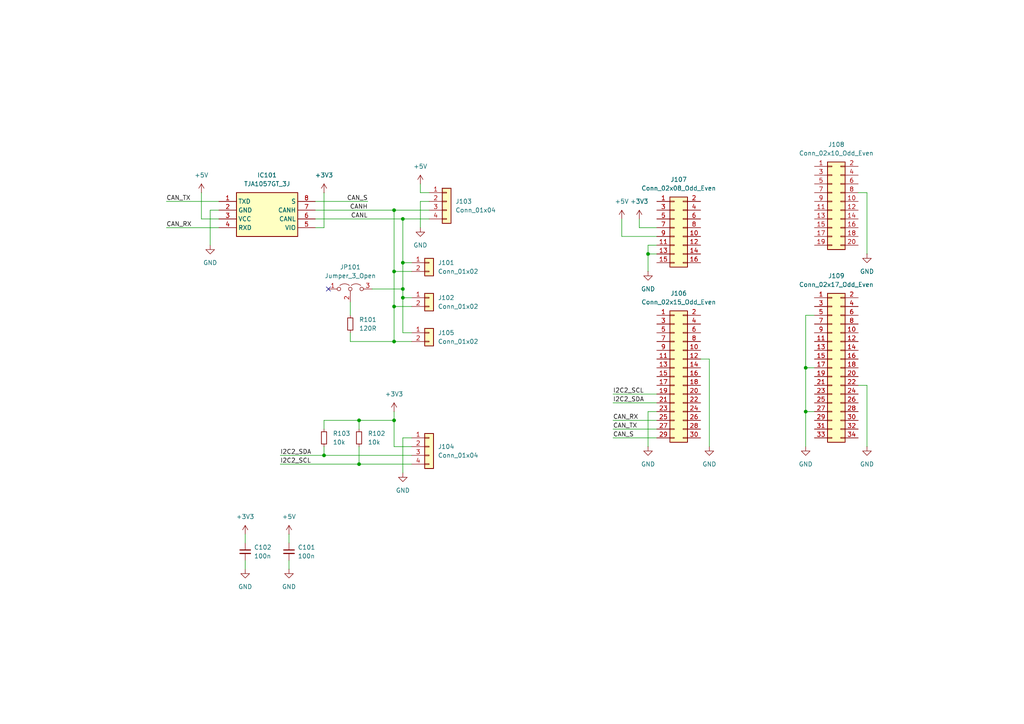
<source format=kicad_sch>
(kicad_sch (version 20231120) (generator "eeschema") (generator_version "8.0")
  (paper "A4")
  (lib_symbols
    (symbol "Connector_Generic:Conn_01x02" (pin_names (offset 1.016) hide)
      (property "Reference" "J" (at 0 2.54 0))
      (property "Value" "Conn_01x02" (at 0 -5.08 0))
      (symbol "Conn_01x02_1_1"
        (rectangle (start -1.27 -2.413) (end 0 -2.667) (stroke (width 0.1524)))
        (rectangle (start -1.27 0.127) (end 0 -0.127) (stroke (width 0.1524)))
        (rectangle (start -1.27 1.27) (end 1.27 -3.81) (stroke (width 0.254)) (fill (type background)))
        (pin passive line (at -5.08 0 0) (length 3.81) (name "Pin_1") (number "1"))
        (pin passive line (at -5.08 -2.54 0) (length 3.81) (name "Pin_2") (number "2"))
      )
    )
    (symbol "Connector_Generic:Conn_01x04" (pin_names (offset 1.016) hide)
      (property "Reference" "J" (at 0 5.08 0))
      (property "Value" "Conn_01x04" (at 0 -7.62 0))
      (symbol "Conn_01x04_1_1"
        (rectangle (start -1.27 -4.953) (end 0 -5.207) (stroke (width 0.1524)))
        (rectangle (start -1.27 -2.413) (end 0 -2.667) (stroke (width 0.1524)))
        (rectangle (start -1.27 0.127) (end 0 -0.127) (stroke (width 0.1524)))
        (rectangle (start -1.27 2.667) (end 0 2.413) (stroke (width 0.1524)))
        (rectangle (start -1.27 3.81) (end 1.27 -6.35) (stroke (width 0.254)) (fill (type background)))
        (pin passive line (at -5.08 2.54 0) (length 3.81) (name "Pin_1") (number "1"))
        (pin passive line (at -5.08 0 0) (length 3.81) (name "Pin_2") (number "2"))
        (pin passive line (at -5.08 -2.54 0) (length 3.81) (name "Pin_3") (number "3"))
        (pin passive line (at -5.08 -5.08 0) (length 3.81) (name "Pin_4") (number "4"))
      )
    )
    (symbol "Connector_Generic:Conn_02x08_Odd_Even" (pin_names (offset 1.016) hide)
      (property "Reference" "J" (at 1.27 10.16 0))
      (property "Value" "Conn_02x08_Odd_Even" (at 1.27 -12.7 0))
      (symbol "Conn_02x08_Odd_Even_1_1"
        (rectangle (start -1.27 -10.033) (end 0 -10.287) (stroke (width 0.1524)))
        (rectangle (start -1.27 -7.493) (end 0 -7.747) (stroke (width 0.1524)))
        (rectangle (start -1.27 -4.953) (end 0 -5.207) (stroke (width 0.1524)))
        (rectangle (start -1.27 -2.413) (end 0 -2.667) (stroke (width 0.1524)))
        (rectangle (start -1.27 0.127) (end 0 -0.127) (stroke (width 0.1524)))
        (rectangle (start -1.27 2.667) (end 0 2.413) (stroke (width 0.1524)))
        (rectangle (start -1.27 5.207) (end 0 4.953) (stroke (width 0.1524)))
        (rectangle (start -1.27 7.747) (end 0 7.493) (stroke (width 0.1524)))
        (rectangle (start -1.27 8.89) (end 3.81 -11.43) (stroke (width 0.254)) (fill (type background)))
        (rectangle (start 3.81 -10.033) (end 2.54 -10.287) (stroke (width 0.1524)))
        (rectangle (start 3.81 -7.493) (end 2.54 -7.747) (stroke (width 0.1524)))
        (rectangle (start 3.81 -4.953) (end 2.54 -5.207) (stroke (width 0.1524)))
        (rectangle (start 3.81 -2.413) (end 2.54 -2.667) (stroke (width 0.1524)))
        (rectangle (start 3.81 0.127) (end 2.54 -0.127) (stroke (width 0.1524)))
        (rectangle (start 3.81 2.667) (end 2.54 2.413) (stroke (width 0.1524)))
        (rectangle (start 3.81 5.207) (end 2.54 4.953) (stroke (width 0.1524)))
        (rectangle (start 3.81 7.747) (end 2.54 7.493) (stroke (width 0.1524)))
        (pin passive line (at -5.08 7.62 0) (length 3.81) (name "Pin_1") (number "1"))
        (pin passive line (at 7.62 -2.54 180) (length 3.81) (name "Pin_10") (number "10"))
        (pin passive line (at -5.08 -5.08 0) (length 3.81) (name "Pin_11") (number "11"))
        (pin passive line (at 7.62 -5.08 180) (length 3.81) (name "Pin_12") (number "12"))
        (pin passive line (at -5.08 -7.62 0) (length 3.81) (name "Pin_13") (number "13"))
        (pin passive line (at 7.62 -7.62 180) (length 3.81) (name "Pin_14") (number "14"))
        (pin passive line (at -5.08 -10.16 0) (length 3.81) (name "Pin_15") (number "15"))
        (pin passive line (at 7.62 -10.16 180) (length 3.81) (name "Pin_16") (number "16"))
        (pin passive line (at 7.62 7.62 180) (length 3.81) (name "Pin_2") (number "2"))
        (pin passive line (at -5.08 5.08 0) (length 3.81) (name "Pin_3") (number "3"))
        (pin passive line (at 7.62 5.08 180) (length 3.81) (name "Pin_4") (number "4"))
        (pin passive line (at -5.08 2.54 0) (length 3.81) (name "Pin_5") (number "5"))
        (pin passive line (at 7.62 2.54 180) (length 3.81) (name "Pin_6") (number "6"))
        (pin passive line (at -5.08 0 0) (length 3.81) (name "Pin_7") (number "7"))
        (pin passive line (at 7.62 0 180) (length 3.81) (name "Pin_8") (number "8"))
        (pin passive line (at -5.08 -2.54 0) (length 3.81) (name "Pin_9") (number "9"))
      )
    )
    (symbol "Connector_Generic:Conn_02x10_Odd_Even" (pin_names (offset 1.016) hide)
      (property "Reference" "J" (at 1.27 12.7 0))
      (property "Value" "Conn_02x10_Odd_Even" (at 1.27 -15.24 0))
      (symbol "Conn_02x10_Odd_Even_1_1"
        (rectangle (start -1.27 -12.573) (end 0 -12.827) (stroke (width 0.1524)))
        (rectangle (start -1.27 -10.033) (end 0 -10.287) (stroke (width 0.1524)))
        (rectangle (start -1.27 -7.493) (end 0 -7.747) (stroke (width 0.1524)))
        (rectangle (start -1.27 -4.953) (end 0 -5.207) (stroke (width 0.1524)))
        (rectangle (start -1.27 -2.413) (end 0 -2.667) (stroke (width 0.1524)))
        (rectangle (start -1.27 0.127) (end 0 -0.127) (stroke (width 0.1524)))
        (rectangle (start -1.27 2.667) (end 0 2.413) (stroke (width 0.1524)))
        (rectangle (start -1.27 5.207) (end 0 4.953) (stroke (width 0.1524)))
        (rectangle (start -1.27 7.747) (end 0 7.493) (stroke (width 0.1524)))
        (rectangle (start -1.27 10.287) (end 0 10.033) (stroke (width 0.1524)))
        (rectangle (start -1.27 11.43) (end 3.81 -13.97) (stroke (width 0.254)) (fill (type background)))
        (rectangle (start 3.81 -12.573) (end 2.54 -12.827) (stroke (width 0.1524)))
        (rectangle (start 3.81 -10.033) (end 2.54 -10.287) (stroke (width 0.1524)))
        (rectangle (start 3.81 -7.493) (end 2.54 -7.747) (stroke (width 0.1524)))
        (rectangle (start 3.81 -4.953) (end 2.54 -5.207) (stroke (width 0.1524)))
        (rectangle (start 3.81 -2.413) (end 2.54 -2.667) (stroke (width 0.1524)))
        (rectangle (start 3.81 0.127) (end 2.54 -0.127) (stroke (width 0.1524)))
        (rectangle (start 3.81 2.667) (end 2.54 2.413) (stroke (width 0.1524)))
        (rectangle (start 3.81 5.207) (end 2.54 4.953) (stroke (width 0.1524)))
        (rectangle (start 3.81 7.747) (end 2.54 7.493) (stroke (width 0.1524)))
        (rectangle (start 3.81 10.287) (end 2.54 10.033) (stroke (width 0.1524)))
        (pin passive line (at -5.08 10.16 0) (length 3.81) (name "Pin_1") (number "1"))
        (pin passive line (at 7.62 0 180) (length 3.81) (name "Pin_10") (number "10"))
        (pin passive line (at -5.08 -2.54 0) (length 3.81) (name "Pin_11") (number "11"))
        (pin passive line (at 7.62 -2.54 180) (length 3.81) (name "Pin_12") (number "12"))
        (pin passive line (at -5.08 -5.08 0) (length 3.81) (name "Pin_13") (number "13"))
        (pin passive line (at 7.62 -5.08 180) (length 3.81) (name "Pin_14") (number "14"))
        (pin passive line (at -5.08 -7.62 0) (length 3.81) (name "Pin_15") (number "15"))
        (pin passive line (at 7.62 -7.62 180) (length 3.81) (name "Pin_16") (number "16"))
        (pin passive line (at -5.08 -10.16 0) (length 3.81) (name "Pin_17") (number "17"))
        (pin passive line (at 7.62 -10.16 180) (length 3.81) (name "Pin_18") (number "18"))
        (pin passive line (at -5.08 -12.7 0) (length 3.81) (name "Pin_19") (number "19"))
        (pin passive line (at 7.62 10.16 180) (length 3.81) (name "Pin_2") (number "2"))
        (pin passive line (at 7.62 -12.7 180) (length 3.81) (name "Pin_20") (number "20"))
        (pin passive line (at -5.08 7.62 0) (length 3.81) (name "Pin_3") (number "3"))
        (pin passive line (at 7.62 7.62 180) (length 3.81) (name "Pin_4") (number "4"))
        (pin passive line (at -5.08 5.08 0) (length 3.81) (name "Pin_5") (number "5"))
        (pin passive line (at 7.62 5.08 180) (length 3.81) (name "Pin_6") (number "6"))
        (pin passive line (at -5.08 2.54 0) (length 3.81) (name "Pin_7") (number "7"))
        (pin passive line (at 7.62 2.54 180) (length 3.81) (name "Pin_8") (number "8"))
        (pin passive line (at -5.08 0 0) (length 3.81) (name "Pin_9") (number "9"))
      )
    )
    (symbol "Connector_Generic:Conn_02x15_Odd_Even" (pin_names (offset 1.016) hide)
      (property "Reference" "J" (at 1.27 20.32 0))
      (property "Value" "Conn_02x15_Odd_Even" (at 1.27 -20.32 0))
      (symbol "Conn_02x15_Odd_Even_1_1"
        (rectangle (start -1.27 -17.653) (end 0 -17.907) (stroke (width 0.1524)))
        (rectangle (start -1.27 -15.113) (end 0 -15.367) (stroke (width 0.1524)))
        (rectangle (start -1.27 -12.573) (end 0 -12.827) (stroke (width 0.1524)))
        (rectangle (start -1.27 -10.033) (end 0 -10.287) (stroke (width 0.1524)))
        (rectangle (start -1.27 -7.493) (end 0 -7.747) (stroke (width 0.1524)))
        (rectangle (start -1.27 -4.953) (end 0 -5.207) (stroke (width 0.1524)))
        (rectangle (start -1.27 -2.413) (end 0 -2.667) (stroke (width 0.1524)))
        (rectangle (start -1.27 0.127) (end 0 -0.127) (stroke (width 0.1524)))
        (rectangle (start -1.27 2.667) (end 0 2.413) (stroke (width 0.1524)))
        (rectangle (start -1.27 5.207) (end 0 4.953) (stroke (width 0.1524)))
        (rectangle (start -1.27 7.747) (end 0 7.493) (stroke (width 0.1524)))
        (rectangle (start -1.27 10.287) (end 0 10.033) (stroke (width 0.1524)))
        (rectangle (start -1.27 12.827) (end 0 12.573) (stroke (width 0.1524)))
        (rectangle (start -1.27 15.367) (end 0 15.113) (stroke (width 0.1524)))
        (rectangle (start -1.27 17.907) (end 0 17.653) (stroke (width 0.1524)))
        (rectangle (start -1.27 19.05) (end 3.81 -19.05) (stroke (width 0.254)) (fill (type background)))
        (rectangle (start 3.81 -17.653) (end 2.54 -17.907) (stroke (width 0.1524)))
        (rectangle (start 3.81 -15.113) (end 2.54 -15.367) (stroke (width 0.1524)))
        (rectangle (start 3.81 -12.573) (end 2.54 -12.827) (stroke (width 0.1524)))
        (rectangle (start 3.81 -10.033) (end 2.54 -10.287) (stroke (width 0.1524)))
        (rectangle (start 3.81 -7.493) (end 2.54 -7.747) (stroke (width 0.1524)))
        (rectangle (start 3.81 -4.953) (end 2.54 -5.207) (stroke (width 0.1524)))
        (rectangle (start 3.81 -2.413) (end 2.54 -2.667) (stroke (width 0.1524)))
        (rectangle (start 3.81 0.127) (end 2.54 -0.127) (stroke (width 0.1524)))
        (rectangle (start 3.81 2.667) (end 2.54 2.413) (stroke (width 0.1524)))
        (rectangle (start 3.81 5.207) (end 2.54 4.953) (stroke (width 0.1524)))
        (rectangle (start 3.81 7.747) (end 2.54 7.493) (stroke (width 0.1524)))
        (rectangle (start 3.81 10.287) (end 2.54 10.033) (stroke (width 0.1524)))
        (rectangle (start 3.81 12.827) (end 2.54 12.573) (stroke (width 0.1524)))
        (rectangle (start 3.81 15.367) (end 2.54 15.113) (stroke (width 0.1524)))
        (rectangle (start 3.81 17.907) (end 2.54 17.653) (stroke (width 0.1524)))
        (pin passive line (at -5.08 17.78 0) (length 3.81) (name "Pin_1") (number "1"))
        (pin passive line (at 7.62 7.62 180) (length 3.81) (name "Pin_10") (number "10"))
        (pin passive line (at -5.08 5.08 0) (length 3.81) (name "Pin_11") (number "11"))
        (pin passive line (at 7.62 5.08 180) (length 3.81) (name "Pin_12") (number "12"))
        (pin passive line (at -5.08 2.54 0) (length 3.81) (name "Pin_13") (number "13"))
        (pin passive line (at 7.62 2.54 180) (length 3.81) (name "Pin_14") (number "14"))
        (pin passive line (at -5.08 0 0) (length 3.81) (name "Pin_15") (number "15"))
        (pin passive line (at 7.62 0 180) (length 3.81) (name "Pin_16") (number "16"))
        (pin passive line (at -5.08 -2.54 0) (length 3.81) (name "Pin_17") (number "17"))
        (pin passive line (at 7.62 -2.54 180) (length 3.81) (name "Pin_18") (number "18"))
        (pin passive line (at -5.08 -5.08 0) (length 3.81) (name "Pin_19") (number "19"))
        (pin passive line (at 7.62 17.78 180) (length 3.81) (name "Pin_2") (number "2"))
        (pin passive line (at 7.62 -5.08 180) (length 3.81) (name "Pin_20") (number "20"))
        (pin passive line (at -5.08 -7.62 0) (length 3.81) (name "Pin_21") (number "21"))
        (pin passive line (at 7.62 -7.62 180) (length 3.81) (name "Pin_22") (number "22"))
        (pin passive line (at -5.08 -10.16 0) (length 3.81) (name "Pin_23") (number "23"))
        (pin passive line (at 7.62 -10.16 180) (length 3.81) (name "Pin_24") (number "24"))
        (pin passive line (at -5.08 -12.7 0) (length 3.81) (name "Pin_25") (number "25"))
        (pin passive line (at 7.62 -12.7 180) (length 3.81) (name "Pin_26") (number "26"))
        (pin passive line (at -5.08 -15.24 0) (length 3.81) (name "Pin_27") (number "27"))
        (pin passive line (at 7.62 -15.24 180) (length 3.81) (name "Pin_28") (number "28"))
        (pin passive line (at -5.08 -17.78 0) (length 3.81) (name "Pin_29") (number "29"))
        (pin passive line (at -5.08 15.24 0) (length 3.81) (name "Pin_3") (number "3"))
        (pin passive line (at 7.62 -17.78 180) (length 3.81) (name "Pin_30") (number "30"))
        (pin passive line (at 7.62 15.24 180) (length 3.81) (name "Pin_4") (number "4"))
        (pin passive line (at -5.08 12.7 0) (length 3.81) (name "Pin_5") (number "5"))
        (pin passive line (at 7.62 12.7 180) (length 3.81) (name "Pin_6") (number "6"))
        (pin passive line (at -5.08 10.16 0) (length 3.81) (name "Pin_7") (number "7"))
        (pin passive line (at 7.62 10.16 180) (length 3.81) (name "Pin_8") (number "8"))
        (pin passive line (at -5.08 7.62 0) (length 3.81) (name "Pin_9") (number "9"))
      )
    )
    (symbol "Connector_Generic:Conn_02x17_Odd_Even" (pin_names (offset 1.016) hide)
      (property "Reference" "J" (at 1.27 22.86 0))
      (property "Value" "Conn_02x17_Odd_Even" (at 1.27 -22.86 0))
      (symbol "Conn_02x17_Odd_Even_1_1"
        (rectangle (start -1.27 -20.193) (end 0 -20.447) (stroke (width 0.1524)))
        (rectangle (start -1.27 -17.653) (end 0 -17.907) (stroke (width 0.1524)))
        (rectangle (start -1.27 -15.113) (end 0 -15.367) (stroke (width 0.1524)))
        (rectangle (start -1.27 -12.573) (end 0 -12.827) (stroke (width 0.1524)))
        (rectangle (start -1.27 -10.033) (end 0 -10.287) (stroke (width 0.1524)))
        (rectangle (start -1.27 -7.493) (end 0 -7.747) (stroke (width 0.1524)))
        (rectangle (start -1.27 -4.953) (end 0 -5.207) (stroke (width 0.1524)))
        (rectangle (start -1.27 -2.413) (end 0 -2.667) (stroke (width 0.1524)))
        (rectangle (start -1.27 0.127) (end 0 -0.127) (stroke (width 0.1524)))
        (rectangle (start -1.27 2.667) (end 0 2.413) (stroke (width 0.1524)))
        (rectangle (start -1.27 5.207) (end 0 4.953) (stroke (width 0.1524)))
        (rectangle (start -1.27 7.747) (end 0 7.493) (stroke (width 0.1524)))
        (rectangle (start -1.27 10.287) (end 0 10.033) (stroke (width 0.1524)))
        (rectangle (start -1.27 12.827) (end 0 12.573) (stroke (width 0.1524)))
        (rectangle (start -1.27 15.367) (end 0 15.113) (stroke (width 0.1524)))
        (rectangle (start -1.27 17.907) (end 0 17.653) (stroke (width 0.1524)))
        (rectangle (start -1.27 20.447) (end 0 20.193) (stroke (width 0.1524)))
        (rectangle (start -1.27 21.59) (end 3.81 -21.59) (stroke (width 0.254)) (fill (type background)))
        (rectangle (start 3.81 -20.193) (end 2.54 -20.447) (stroke (width 0.1524)))
        (rectangle (start 3.81 -17.653) (end 2.54 -17.907) (stroke (width 0.1524)))
        (rectangle (start 3.81 -15.113) (end 2.54 -15.367) (stroke (width 0.1524)))
        (rectangle (start 3.81 -12.573) (end 2.54 -12.827) (stroke (width 0.1524)))
        (rectangle (start 3.81 -10.033) (end 2.54 -10.287) (stroke (width 0.1524)))
        (rectangle (start 3.81 -7.493) (end 2.54 -7.747) (stroke (width 0.1524)))
        (rectangle (start 3.81 -4.953) (end 2.54 -5.207) (stroke (width 0.1524)))
        (rectangle (start 3.81 -2.413) (end 2.54 -2.667) (stroke (width 0.1524)))
        (rectangle (start 3.81 0.127) (end 2.54 -0.127) (stroke (width 0.1524)))
        (rectangle (start 3.81 2.667) (end 2.54 2.413) (stroke (width 0.1524)))
        (rectangle (start 3.81 5.207) (end 2.54 4.953) (stroke (width 0.1524)))
        (rectangle (start 3.81 7.747) (end 2.54 7.493) (stroke (width 0.1524)))
        (rectangle (start 3.81 10.287) (end 2.54 10.033) (stroke (width 0.1524)))
        (rectangle (start 3.81 12.827) (end 2.54 12.573) (stroke (width 0.1524)))
        (rectangle (start 3.81 15.367) (end 2.54 15.113) (stroke (width 0.1524)))
        (rectangle (start 3.81 17.907) (end 2.54 17.653) (stroke (width 0.1524)))
        (rectangle (start 3.81 20.447) (end 2.54 20.193) (stroke (width 0.1524)))
        (pin passive line (at -5.08 20.32 0) (length 3.81) (name "Pin_1") (number "1"))
        (pin passive line (at 7.62 10.16 180) (length 3.81) (name "Pin_10") (number "10"))
        (pin passive line (at -5.08 7.62 0) (length 3.81) (name "Pin_11") (number "11"))
        (pin passive line (at 7.62 7.62 180) (length 3.81) (name "Pin_12") (number "12"))
        (pin passive line (at -5.08 5.08 0) (length 3.81) (name "Pin_13") (number "13"))
        (pin passive line (at 7.62 5.08 180) (length 3.81) (name "Pin_14") (number "14"))
        (pin passive line (at -5.08 2.54 0) (length 3.81) (name "Pin_15") (number "15"))
        (pin passive line (at 7.62 2.54 180) (length 3.81) (name "Pin_16") (number "16"))
        (pin passive line (at -5.08 0 0) (length 3.81) (name "Pin_17") (number "17"))
        (pin passive line (at 7.62 0 180) (length 3.81) (name "Pin_18") (number "18"))
        (pin passive line (at -5.08 -2.54 0) (length 3.81) (name "Pin_19") (number "19"))
        (pin passive line (at 7.62 20.32 180) (length 3.81) (name "Pin_2") (number "2"))
        (pin passive line (at 7.62 -2.54 180) (length 3.81) (name "Pin_20") (number "20"))
        (pin passive line (at -5.08 -5.08 0) (length 3.81) (name "Pin_21") (number "21"))
        (pin passive line (at 7.62 -5.08 180) (length 3.81) (name "Pin_22") (number "22"))
        (pin passive line (at -5.08 -7.62 0) (length 3.81) (name "Pin_23") (number "23"))
        (pin passive line (at 7.62 -7.62 180) (length 3.81) (name "Pin_24") (number "24"))
        (pin passive line (at -5.08 -10.16 0) (length 3.81) (name "Pin_25") (number "25"))
        (pin passive line (at 7.62 -10.16 180) (length 3.81) (name "Pin_26") (number "26"))
        (pin passive line (at -5.08 -12.7 0) (length 3.81) (name "Pin_27") (number "27"))
        (pin passive line (at 7.62 -12.7 180) (length 3.81) (name "Pin_28") (number "28"))
        (pin passive line (at -5.08 -15.24 0) (length 3.81) (name "Pin_29") (number "29"))
        (pin passive line (at -5.08 17.78 0) (length 3.81) (name "Pin_3") (number "3"))
        (pin passive line (at 7.62 -15.24 180) (length 3.81) (name "Pin_30") (number "30"))
        (pin passive line (at -5.08 -17.78 0) (length 3.81) (name "Pin_31") (number "31"))
        (pin passive line (at 7.62 -17.78 180) (length 3.81) (name "Pin_32") (number "32"))
        (pin passive line (at -5.08 -20.32 0) (length 3.81) (name "Pin_33") (number "33"))
        (pin passive line (at 7.62 -20.32 180) (length 3.81) (name "Pin_34") (number "34"))
        (pin passive line (at 7.62 17.78 180) (length 3.81) (name "Pin_4") (number "4"))
        (pin passive line (at -5.08 15.24 0) (length 3.81) (name "Pin_5") (number "5"))
        (pin passive line (at 7.62 15.24 180) (length 3.81) (name "Pin_6") (number "6"))
        (pin passive line (at -5.08 12.7 0) (length 3.81) (name "Pin_7") (number "7"))
        (pin passive line (at 7.62 12.7 180) (length 3.81) (name "Pin_8") (number "8"))
        (pin passive line (at -5.08 10.16 0) (length 3.81) (name "Pin_9") (number "9"))
      )
    )
    (symbol "Device:C_Small" (pin_numbers hide) (pin_names (offset 0.254) hide)
      (property "Reference" "C" (at 0.254 1.778 0))
      (property "Value" "C_Small" (at 0.254 -2.032 0))
      (symbol "C_Small_0_1"
        (polyline (pts (xy -1.524 -0.508) (xy 1.524 -0.508)) (stroke (width 0.3302)))
        (polyline (pts (xy -1.524 0.508) (xy 1.524 0.508)) (stroke (width 0.3048)))
      )
      (symbol "C_Small_1_1"
        (pin passive line (at 0 2.54 270) (length 2.032) (name "~") (number "1"))
        (pin passive line (at 0 -2.54 90) (length 2.032) (name "~") (number "2"))
      )
    )
    (symbol "Device:R_Small" (pin_numbers hide) (pin_names (offset 0.254) hide)
      (property "Reference" "R" (at 0.762 0.508 0))
      (property "Value" "R_Small" (at 0.762 -1.016 0))
      (symbol "R_Small_0_1"
        (rectangle (start -0.762 1.778) (end 0.762 -1.778) (stroke (width 0.2032)))
      )
      (symbol "R_Small_1_1"
        (pin passive line (at 0 2.54 270) (length 0.762) (name "~") (number "1"))
        (pin passive line (at 0 -2.54 90) (length 0.762) (name "~") (number "2"))
      )
    )
    (symbol "Jumper:Jumper_3_Open" (pin_names (offset 0) hide) (exclude_from_sim yes) (in_bom no)
      (property "Reference" "JP" (at -2.54 -2.54 0))
      (property "Value" "Jumper_3_Open" (at 0 2.794 0))
      (symbol "Jumper_3_Open_0_0"
        (circle (center -3.302 0) (radius 0.508))
        (circle (center 0 0) (radius 0.508))
        (circle (center 3.302 0) (radius 0.508))
      )
      (symbol "Jumper_3_Open_0_1"
        (arc (start -0.254 1.016) (mid -1.651 1.4992) (end -3.048 1.016))
        (polyline (pts (xy 0 -0.508) (xy 0 -1.27)))
        (arc (start 3.048 1.016) (mid 1.651 1.4992) (end 0.254 1.016))
      )
      (symbol "Jumper_3_Open_1_1"
        (pin passive line (at -6.35 0 0) (length 2.54) (name "A") (number "1"))
        (pin passive line (at 0 -3.81 90) (length 2.54) (name "C") (number "2"))
        (pin passive line (at 6.35 0 180) (length 2.54) (name "B") (number "3"))
      )
    )
    (symbol "TJA1057GT_3J:TJA1057GT_3J"
      (property "Reference" "IC" (at 24.13 7.62 0))
      (property "Value" "TJA1057GT_3J" (at 24.13 5.08 0))
      (symbol "TJA1057GT_3J_1_1"
        (rectangle (start 5.08 2.54) (end 22.86 -10.16) (stroke (width 0.254)) (fill (type background)))
        (pin passive line (at 0 0 0) (length 5.08) (name "TXD") (number "1"))
        (pin passive line (at 0 -2.54 0) (length 5.08) (name "GND") (number "2"))
        (pin passive line (at 0 -5.08 0) (length 5.08) (name "VCC") (number "3"))
        (pin passive line (at 0 -7.62 0) (length 5.08) (name "RXD") (number "4"))
        (pin passive line (at 27.94 -7.62 180) (length 5.08) (name "VIO") (number "5"))
        (pin passive line (at 27.94 -5.08 180) (length 5.08) (name "CANL") (number "6"))
        (pin passive line (at 27.94 -2.54 180) (length 5.08) (name "CANH") (number "7"))
        (pin passive line (at 27.94 0 180) (length 5.08) (name "S") (number "8"))
      )
    )
    (symbol "power:+3V3" (power) (pin_numbers hide) (pin_names (offset 0) hide)
      (property "Value" "+3V3" (at 0 3.556 0))
      (symbol "+3V3_0_1"
        (polyline (pts (xy -0.762 1.27) (xy 0 2.54)))
        (polyline (pts (xy 0 0) (xy 0 2.54)))
        (polyline (pts (xy 0 2.54) (xy 0.762 1.27)))
      )
      (symbol "+3V3_1_1"
        (pin power_in line (at 0 0 90) (length 0) (name "~") (number "1"))
      )
    )
    (symbol "power:+5V" (power) (pin_numbers hide) (pin_names (offset 0) hide)
      (property "Value" "+5V" (at 0 3.556 0))
      (symbol "+5V_0_1"
        (polyline (pts (xy -0.762 1.27) (xy 0 2.54)))
        (polyline (pts (xy 0 0) (xy 0 2.54)))
        (polyline (pts (xy 0 2.54) (xy 0.762 1.27)))
      )
      (symbol "+5V_1_1"
        (pin power_in line (at 0 0 90) (length 0) (name "~") (number "1"))
      )
    )
    (symbol "power:GND" (power) (pin_numbers hide) (pin_names (offset 0) hide)
      (property "Value" "GND" (at 0 -3.81 0))
      (symbol "GND_0_1"
        (polyline (pts (xy 0 0) (xy 0 -1.27) (xy 1.27 -1.27) (xy 0 -2.54) (xy -1.27 -1.27) (xy 0 -1.27)))
      )
      (symbol "GND_1_1"
        (pin power_in line (at 0 0 270) (length 0) (name "~") (number "1"))
      )
    )
  )
  (junction (at 93.98 132.08))
  (junction (at 114.3 99.06))
  (junction (at 114.3 121.92))
  (junction (at 114.3 60.96))
  (junction (at 116.84 83.82))
  (junction (at 104.14 134.62))
  (junction (at 233.68 106.68))
  (junction (at 104.14 121.92))
  (junction (at 187.96 73.66))
  (junction (at 233.68 119.38))
  (junction (at 116.84 63.5))
  (junction (at 114.3 88.9))
  (junction (at 116.84 76.2))
  (junction (at 116.84 86.36))
  (junction (at 114.3 78.74))
  (no_connect (at 95.25 83.82))
  (wire (pts (xy 119.38 86.36) (xy 116.84 86.36)))
  (wire (pts (xy 104.14 134.62) (xy 119.38 134.62)))
  (wire (pts (xy 180.34 63.5) (xy 180.34 68.58)))
  (wire (pts (xy 48.26 58.42) (xy 63.5 58.42)))
  (wire (pts (xy 116.84 63.5) (xy 91.44 63.5)))
  (wire (pts (xy 114.3 78.74) (xy 119.38 78.74)))
  (wire (pts (xy 116.84 63.5) (xy 116.84 76.2)))
  (wire (pts (xy 60.96 71.12) (xy 60.96 60.96)))
  (wire (pts (xy 119.38 99.06) (xy 114.3 99.06)))
  (wire (pts (xy 121.92 53.34) (xy 121.92 55.88)))
  (wire (pts (xy 114.3 60.96) (xy 114.3 78.74)))
  (wire (pts (xy 190.5 114.3) (xy 177.8 114.3)))
  (wire (pts (xy 121.92 55.88) (xy 124.46 55.88)))
  (wire (pts (xy 190.5 121.92) (xy 177.8 121.92)))
  (wire (pts (xy 119.38 76.2) (xy 116.84 76.2)))
  (wire (pts (xy 251.46 111.76) (xy 251.46 129.54)))
  (wire (pts (xy 60.96 60.96) (xy 63.5 60.96)))
  (wire (pts (xy 251.46 55.88) (xy 248.92 55.88)))
  (wire (pts (xy 187.96 71.12) (xy 190.5 71.12)))
  (wire (pts (xy 114.3 119.38) (xy 114.3 121.92)))
  (wire (pts (xy 233.68 106.68) (xy 236.22 106.68)))
  (wire (pts (xy 63.5 63.5) (xy 58.42 63.5)))
  (wire (pts (xy 124.46 60.96) (xy 114.3 60.96)))
  (wire (pts (xy 233.68 106.68) (xy 233.68 91.44)))
  (wire (pts (xy 124.46 63.5) (xy 116.84 63.5)))
  (wire (pts (xy 116.84 127) (xy 119.38 127)))
  (wire (pts (xy 119.38 96.52) (xy 116.84 96.52)))
  (wire (pts (xy 205.74 129.54) (xy 205.74 104.14)))
  (wire (pts (xy 93.98 129.54) (xy 93.98 132.08)))
  (wire (pts (xy 58.42 55.88) (xy 58.42 63.5)))
  (wire (pts (xy 93.98 55.88) (xy 93.98 66.04)))
  (wire (pts (xy 251.46 73.66) (xy 251.46 55.88)))
  (wire (pts (xy 93.98 132.08) (xy 119.38 132.08)))
  (wire (pts (xy 71.12 154.94) (xy 71.12 157.48)))
  (wire (pts (xy 48.26 66.04) (xy 63.5 66.04)))
  (wire (pts (xy 187.96 78.74) (xy 187.96 73.66)))
  (wire (pts (xy 83.82 162.56) (xy 83.82 165.1)))
  (wire (pts (xy 119.38 129.54) (xy 114.3 129.54)))
  (wire (pts (xy 187.96 119.38) (xy 187.96 129.54)))
  (wire (pts (xy 107.95 83.82) (xy 116.84 83.82)))
  (wire (pts (xy 177.8 116.84) (xy 190.5 116.84)))
  (wire (pts (xy 121.92 66.04) (xy 121.92 58.42)))
  (wire (pts (xy 116.84 96.52) (xy 116.84 86.36)))
  (wire (pts (xy 177.8 124.46) (xy 190.5 124.46)))
  (wire (pts (xy 93.98 121.92) (xy 104.14 121.92)))
  (wire (pts (xy 83.82 154.94) (xy 83.82 157.48)))
  (wire (pts (xy 114.3 121.92) (xy 114.3 129.54)))
  (wire (pts (xy 248.92 111.76) (xy 251.46 111.76)))
  (wire (pts (xy 233.68 119.38) (xy 236.22 119.38)))
  (wire (pts (xy 119.38 88.9) (xy 114.3 88.9)))
  (wire (pts (xy 81.28 132.08) (xy 93.98 132.08)))
  (wire (pts (xy 101.6 87.63) (xy 101.6 91.44)))
  (wire (pts (xy 187.96 73.66) (xy 187.96 71.12)))
  (wire (pts (xy 101.6 99.06) (xy 114.3 99.06)))
  (wire (pts (xy 104.14 121.92) (xy 104.14 124.46)))
  (wire (pts (xy 104.14 121.92) (xy 114.3 121.92)))
  (wire (pts (xy 93.98 66.04) (xy 91.44 66.04)))
  (wire (pts (xy 114.3 99.06) (xy 114.3 88.9)))
  (wire (pts (xy 185.42 66.04) (xy 190.5 66.04)))
  (wire (pts (xy 106.68 58.42) (xy 91.44 58.42)))
  (wire (pts (xy 114.3 88.9) (xy 114.3 78.74)))
  (wire (pts (xy 104.14 129.54) (xy 104.14 134.62)))
  (wire (pts (xy 116.84 83.82) (xy 116.84 76.2)))
  (wire (pts (xy 101.6 96.52) (xy 101.6 99.06)))
  (wire (pts (xy 71.12 162.56) (xy 71.12 165.1)))
  (wire (pts (xy 81.28 134.62) (xy 104.14 134.62)))
  (wire (pts (xy 114.3 60.96) (xy 91.44 60.96)))
  (wire (pts (xy 116.84 137.16) (xy 116.84 127)))
  (wire (pts (xy 233.68 91.44) (xy 236.22 91.44)))
  (wire (pts (xy 233.68 129.54) (xy 233.68 119.38)))
  (wire (pts (xy 185.42 63.5) (xy 185.42 66.04)))
  (wire (pts (xy 116.84 86.36) (xy 116.84 83.82)))
  (wire (pts (xy 205.74 104.14) (xy 203.2 104.14)))
  (wire (pts (xy 187.96 73.66) (xy 190.5 73.66)))
  (wire (pts (xy 121.92 58.42) (xy 124.46 58.42)))
  (wire (pts (xy 180.34 68.58) (xy 190.5 68.58)))
  (wire (pts (xy 233.68 119.38) (xy 233.68 106.68)))
  (wire (pts (xy 93.98 124.46) (xy 93.98 121.92)))
  (wire (pts (xy 177.8 127) (xy 190.5 127)))
  (wire (pts (xy 190.5 119.38) (xy 187.96 119.38)))
  (label "CAN_RX" (at 48.26 66.04 0))
  (label "CAN_S" (at 106.68 58.42 180))
  (label "CAN_S" (at 177.8 127 0))
  (label "CAN_TX" (at 177.8 124.46 0))
  (label "CAN_RX" (at 177.8 121.92 0))
  (label "I2C2_SDA" (at 177.8 116.84 0))
  (label "I2C2_SDA" (at 81.28 132.08 0))
  (label "CANL" (at 106.68 63.5 180))
  (label "I2C2_SCL" (at 177.8 114.3 0))
  (label "I2C2_SCL" (at 81.28 134.62 0))
  (label "CAN_TX" (at 48.26 58.42 0))
  (label "CANH" (at 106.68 60.96 180))
  (symbol (lib_id "power:GND") (at 187.96 78.74 0) (unit 1)
    (property "Reference" "#PWR0115" (effects (hide yes)))
    (property "Value" "GND" (at 187.96 83.82 0))
    (property "Description" "Power symbol creates a global label with name \"GND\" , ground" (effects (hide yes)))
  )
  (symbol (lib_id "Device:R_Small") (at 104.14 127 0) (unit 1)
    (property "Reference" "R102" (at 106.68 125.7299 0) (effects (justify left)))
    (property "Value" "10k" (at 106.68 128.2699 0) (effects (justify left)))
    (property "Footprint" "Resistor_SMD:R_0402_1005Metric" (effects (hide yes)))
    (property "Description" "Resistor, small symbol" (effects (hide yes)))
  )
  (symbol (lib_id "power:+3V3") (at 93.98 55.88 0) (unit 1)
    (property "Reference" "#PWR0102" (effects (hide yes)))
    (property "Value" "+3V3" (at 93.98 50.8 0))
    (property "Description" "Power symbol creates a global label with name \"+3V3\"" (effects (hide yes)))
  )
  (symbol (lib_id "power:GND") (at 205.74 129.54 0) (unit 1)
    (property "Reference" "#PWR0116" (effects (hide yes)))
    (property "Value" "GND" (at 205.74 134.62 0))
    (property "Description" "Power symbol creates a global label with name \"GND\" , ground" (effects (hide yes)))
  )
  (symbol (lib_id "power:+5V") (at 180.34 63.5 0) (unit 1)
    (property "Reference" "#PWR0111" (effects (hide yes)))
    (property "Value" "+5V" (at 180.34 58.42 0))
    (property "Description" "Power symbol creates a global label with name \"+5V\"" (effects (hide yes)))
  )
  (symbol (lib_id "Connector_Generic:Conn_01x04") (at 129.54 58.42 0) (unit 1)
    (property "Reference" "J103" (at 132.08 58.4199 0) (effects (justify left)))
    (property "Value" "Conn_01x04" (at 132.08 60.9599 0) (effects (justify left)))
    (property "Footprint" "Connector_JST:JST_GH_SM04B-GHS-TB_1x04-1MP_P1.25mm_Horizontal" (effects (hide yes)))
    (property "Description" "Generic connector, single row, 01x04, script generated (kicad-library-utils/schlib/autogen/connector/)" (effects (hide yes)))
  )
  (symbol (lib_id "power:GND") (at 121.92 66.04 0) (unit 1)
    (property "Reference" "#PWR0109" (effects (hide yes)))
    (property "Value" "GND" (at 121.92 71.12 0))
    (property "Description" "Power symbol creates a global label with name \"GND\" , ground" (effects (hide yes)))
  )
  (symbol (lib_id "Connector_Generic:Conn_02x10_Odd_Even") (at 241.3 58.42 0) (unit 1)
    (property "Reference" "J108" (at 242.57 41.91 0))
    (property "Value" "Conn_02x10_Odd_Even" (at 242.57 44.45 0))
    (property "Footprint" "Connector_PinHeader_2.54mm:PinHeader_2x10_P2.54mm_Vertical" (effects (hide yes)))
    (property "Description" "Generic connector, double row, 02x10, odd/even pin numbering scheme (row 1 odd numbers, row 2 even numbers), script generated (kicad-library-utils/schlib/autogen/connector/)" (effects (hide yes)))
  )
  (symbol (lib_id "Connector_Generic:Conn_01x02") (at 124.46 76.2 0) (unit 1)
    (property "Reference" "J101" (at 127 76.1999 0) (effects (justify left)))
    (property "Value" "Conn_01x02" (at 127 78.7399 0) (effects (justify left)))
    (property "Footprint" "Connector_JST:JST_GH_SM02B-GHS-TB_1x02-1MP_P1.25mm_Horizontal" (effects (hide yes)))
    (property "Description" "Generic connector, single row, 01x02, script generated (kicad-library-utils/schlib/autogen/connector/)" (effects (hide yes)))
  )
  (symbol (lib_id "Device:R_Small") (at 101.6 93.98 0) (unit 1)
    (property "Reference" "R101" (at 104.14 92.7099 0) (effects (justify left)))
    (property "Value" "120R" (at 104.14 95.2499 0) (effects (justify left)))
    (property "Footprint" "Resistor_SMD:R_0402_1005Metric" (effects (hide yes)))
    (property "Description" "Resistor, small symbol" (effects (hide yes)))
  )
  (symbol (lib_id "power:GND") (at 60.96 71.12 0) (unit 1)
    (property "Reference" "#PWR0101" (effects (hide yes)))
    (property "Value" "GND" (at 60.96 76.2 0))
    (property "Description" "Power symbol creates a global label with name \"GND\" , ground" (effects (hide yes)))
  )
  (symbol (lib_id "Connector_Generic:Conn_01x04") (at 124.46 129.54 0) (unit 1)
    (property "Reference" "J104" (at 127 129.5399 0) (effects (justify left)))
    (property "Value" "Conn_01x04" (at 127 132.0799 0) (effects (justify left)))
    (property "Footprint" "Connector_JST:JST_SH_SM04B-SRSS-TB_1x04-1MP_P1.00mm_Horizontal" (effects (hide yes)))
    (property "Description" "Generic connector, single row, 01x04, script generated (kicad-library-utils/schlib/autogen/connector/)" (effects (hide yes)))
  )
  (symbol (lib_id "power:+5V") (at 121.92 53.34 0) (unit 1)
    (property "Reference" "#PWR0108" (effects (hide yes)))
    (property "Value" "+5V" (at 121.92 48.26 0))
    (property "Description" "Power symbol creates a global label with name \"+5V\"" (effects (hide yes)))
  )
  (symbol (lib_id "Device:C_Small") (at 71.12 160.02 0) (unit 1)
    (property "Reference" "C102" (at 73.66 158.7562 0) (effects (justify left)))
    (property "Value" "100n" (at 73.66 161.2962 0) (effects (justify left)))
    (property "Footprint" "Capacitor_SMD:C_0402_1005Metric" (effects (hide yes)))
    (property "Description" "Unpolarized capacitor, small symbol" (effects (hide yes)))
  )
  (symbol (lib_id "Connector_Generic:Conn_02x17_Odd_Even") (at 241.3 106.68 0) (unit 1)
    (property "Reference" "J109" (at 242.57 80.01 0))
    (property "Value" "Conn_02x17_Odd_Even" (at 242.57 82.55 0))
    (property "Footprint" "Connector_PinHeader_2.54mm:PinHeader_2x17_P2.54mm_Vertical" (effects (hide yes)))
    (property "Description" "Generic connector, double row, 02x17, odd/even pin numbering scheme (row 1 odd numbers, row 2 even numbers), script generated (kicad-library-utils/schlib/autogen/connector/)" (effects (hide yes)))
  )
  (symbol (lib_id "power:+3V3") (at 71.12 154.94 0) (unit 1)
    (property "Reference" "#PWR0107" (effects (hide yes)))
    (property "Value" "+3V3" (at 71.12 149.86 0))
    (property "Description" "Power symbol creates a global label with name \"+3V3\"" (effects (hide yes)))
  )
  (symbol (lib_id "power:+3V3") (at 114.3 119.38 0) (unit 1)
    (property "Reference" "#PWR0112" (effects (hide yes)))
    (property "Value" "+3V3" (at 114.3 114.3 0))
    (property "Description" "Power symbol creates a global label with name \"+3V3\"" (effects (hide yes)))
  )
  (symbol (lib_id "Connector_Generic:Conn_01x02") (at 124.46 96.52 0) (unit 1)
    (property "Reference" "J105" (at 127 96.5199 0) (effects (justify left)))
    (property "Value" "Conn_01x02" (at 127 99.0599 0) (effects (justify left)))
    (property "Footprint" "Connector_Samtec_HPM_THT:Samtec_HPM-02-05-x-S_Straight_1x02_Pitch5.08mm" (effects (hide yes)))
    (property "Description" "Generic connector, single row, 01x02, script generated (kicad-library-utils/schlib/autogen/connector/)" (effects (hide yes)))
  )
  (symbol (lib_id "power:GND") (at 116.84 137.16 0) (unit 1)
    (property "Reference" "#PWR0114" (effects (hide yes)))
    (property "Value" "GND" (at 116.84 142.24 0))
    (property "Description" "Power symbol creates a global label with name \"GND\" , ground" (effects (hide yes)))
  )
  (symbol (lib_id "power:GND") (at 187.96 129.54 0) (unit 1)
    (property "Reference" "#PWR0113" (effects (hide yes)))
    (property "Value" "GND" (at 187.96 134.62 0))
    (property "Description" "Power symbol creates a global label with name \"GND\" , ground" (effects (hide yes)))
  )
  (symbol (lib_id "power:+5V") (at 58.42 55.88 0) (unit 1)
    (property "Reference" "#PWR0103" (effects (hide yes)))
    (property "Value" "+5V" (at 58.42 50.8 0))
    (property "Description" "Power symbol creates a global label with name \"+5V\"" (effects (hide yes)))
  )
  (symbol (lib_id "power:GND") (at 233.68 129.54 0) (unit 1)
    (property "Reference" "#PWR0119" (effects (hide yes)))
    (property "Value" "GND" (at 233.68 134.62 0))
    (property "Description" "Power symbol creates a global label with name \"GND\" , ground" (effects (hide yes)))
  )
  (symbol (lib_id "Device:C_Small") (at 83.82 160.02 0) (unit 1)
    (property "Reference" "C101" (at 86.36 158.7562 0) (effects (justify left)))
    (property "Value" "100n" (at 86.36 161.2962 0) (effects (justify left)))
    (property "Footprint" "Capacitor_SMD:C_0402_1005Metric" (effects (hide yes)))
    (property "Description" "Unpolarized capacitor, small symbol" (effects (hide yes)))
  )
  (symbol (lib_id "Connector_Generic:Conn_02x08_Odd_Even") (at 195.58 66.04 0) (unit 1)
    (property "Reference" "J107" (at 196.85 52.07 0))
    (property "Value" "Conn_02x08_Odd_Even" (at 196.85 54.61 0))
    (property "Footprint" "Connector_PinHeader_2.54mm:PinHeader_2x08_P2.54mm_Vertical" (effects (hide yes)))
    (property "Description" "Generic connector, double row, 02x08, odd/even pin numbering scheme (row 1 odd numbers, row 2 even numbers), script generated (kicad-library-utils/schlib/autogen/connector/)" (effects (hide yes)))
  )
  (symbol (lib_id "power:+5V") (at 83.82 154.94 0) (unit 1)
    (property "Reference" "#PWR0106" (effects (hide yes)))
    (property "Value" "+5V" (at 83.82 149.86 0))
    (property "Description" "Power symbol creates a global label with name \"+5V\"" (effects (hide yes)))
  )
  (symbol (lib_id "Connector_Generic:Conn_02x15_Odd_Even") (at 195.58 109.22 0) (unit 1)
    (property "Reference" "J106" (at 196.85 85.09 0))
    (property "Value" "Conn_02x15_Odd_Even" (at 196.85 87.63 0))
    (property "Footprint" "Connector_PinHeader_2.54mm:PinHeader_2x15_P2.54mm_Vertical" (effects (hide yes)))
    (property "Description" "Generic connector, double row, 02x15, odd/even pin numbering scheme (row 1 odd numbers, row 2 even numbers), script generated (kicad-library-utils/schlib/autogen/connector/)" (effects (hide yes)))
  )
  (symbol (lib_id "power:GND") (at 83.82 165.1 0) (unit 1)
    (property "Reference" "#PWR0104" (effects (hide yes)))
    (property "Value" "GND" (at 83.82 170.18 0))
    (property "Description" "Power symbol creates a global label with name \"GND\" , ground" (effects (hide yes)))
  )
  (symbol (lib_id "Jumper:Jumper_3_Open") (at 101.6 83.82 0) (unit 1) (exclude_from_sim yes) (in_bom no)
    (property "Reference" "JP101" (at 101.6 77.47 0))
    (property "Value" "Jumper_3_Open" (at 101.6 80.01 0))
    (property "Footprint" "Connector_PinHeader_2.54mm:PinHeader_1x03_P2.54mm_Vertical" (effects (hide yes)))
    (property "Description" "Jumper, 3-pole, both open" (effects (hide yes)))
  )
  (symbol (lib_id "power:GND") (at 251.46 73.66 0) (unit 1)
    (property "Reference" "#PWR0117" (effects (hide yes)))
    (property "Value" "GND" (at 251.46 78.74 0))
    (property "Description" "Power symbol creates a global label with name \"GND\" , ground" (effects (hide yes)))
  )
  (symbol (lib_id "Connector_Generic:Conn_01x02") (at 124.46 86.36 0) (unit 1)
    (property "Reference" "J102" (at 127 86.3599 0) (effects (justify left)))
    (property "Value" "Conn_01x02" (at 127 88.8999 0) (effects (justify left)))
    (property "Footprint" "Connector_JST:JST_GH_SM02B-GHS-TB_1x02-1MP_P1.25mm_Horizontal" (effects (hide yes)))
    (property "Description" "Generic connector, single row, 01x02, script generated (kicad-library-utils/schlib/autogen/connector/)" (effects (hide yes)))
  )
  (symbol (lib_id "TJA1057GT_3J:TJA1057GT_3J") (at 63.5 58.42 0) (unit 1)
    (property "Reference" "IC101" (at 77.47 50.8 0))
    (property "Value" "TJA1057GT_3J" (at 77.47 53.34 0))
    (property "Footprint" "nucleo_144_can:SOIC127P600X175-8N" (effects (hide yes)))
    (property "Datasheet" "http://www.nxp.com/docs/en/data-sheet/TJA1057.pdf" (effects (hide yes)))
    (property "Description" "CAN Interface IC High-speed CAN transceiver" (effects (hide yes)))
    (property "Height" "1.75" (effects (hide yes)))
    (property "Manufacturer_Name" "NXP" (effects (hide yes)))
    (property "Manufacturer_Part_Number" "TJA1057GT/3J" (effects (hide yes)))
    (property "Mouser Part Number" "771-TJA1057GT/3J" (effects (hide yes)))
    (property "Mouser Price/Stock" "https://www.mouser.co.uk/ProductDetail/NXP-Semiconductors/TJA1057GT-3J?qs=gH1BdSMZm8VGY%2FrwNDCTfQ%3D%3D" (effects (hide yes)))
    (property "Arrow Part Number" "TJA1057GT/3J" (effects (hide yes)))
    (property "Arrow Price/Stock" "https://www.arrow.com/en/products/tja1057gt3j/nxp-semiconductors?region=nac" (effects (hide yes)))
  )
  (symbol (lib_id "Device:R_Small") (at 93.98 127 0) (unit 1)
    (property "Reference" "R103" (at 96.52 125.7299 0) (effects (justify left)))
    (property "Value" "10k" (at 96.52 128.2699 0) (effects (justify left)))
    (property "Footprint" "Resistor_SMD:R_0402_1005Metric" (effects (hide yes)))
    (property "Description" "Resistor, small symbol" (effects (hide yes)))
  )
  (symbol (lib_id "power:GND") (at 71.12 165.1 0) (unit 1)
    (property "Reference" "#PWR0105" (effects (hide yes)))
    (property "Value" "GND" (at 71.12 170.18 0))
    (property "Description" "Power symbol creates a global label with name \"GND\" , ground" (effects (hide yes)))
  )
  (symbol (lib_id "power:+3V3") (at 185.42 63.5 0) (unit 1)
    (property "Reference" "#PWR0110" (effects (hide yes)))
    (property "Value" "+3V3" (at 185.42 58.42 0))
    (property "Description" "Power symbol creates a global label with name \"+3V3\"" (effects (hide yes)))
  )
  (symbol (lib_id "power:GND") (at 251.46 129.54 0) (unit 1)
    (property "Reference" "#PWR0118" (effects (hide yes)))
    (property "Value" "GND" (at 251.46 134.62 0))
    (property "Description" "Power symbol creates a global label with name \"GND\" , ground" (effects (hide yes)))
  )
)
</source>
